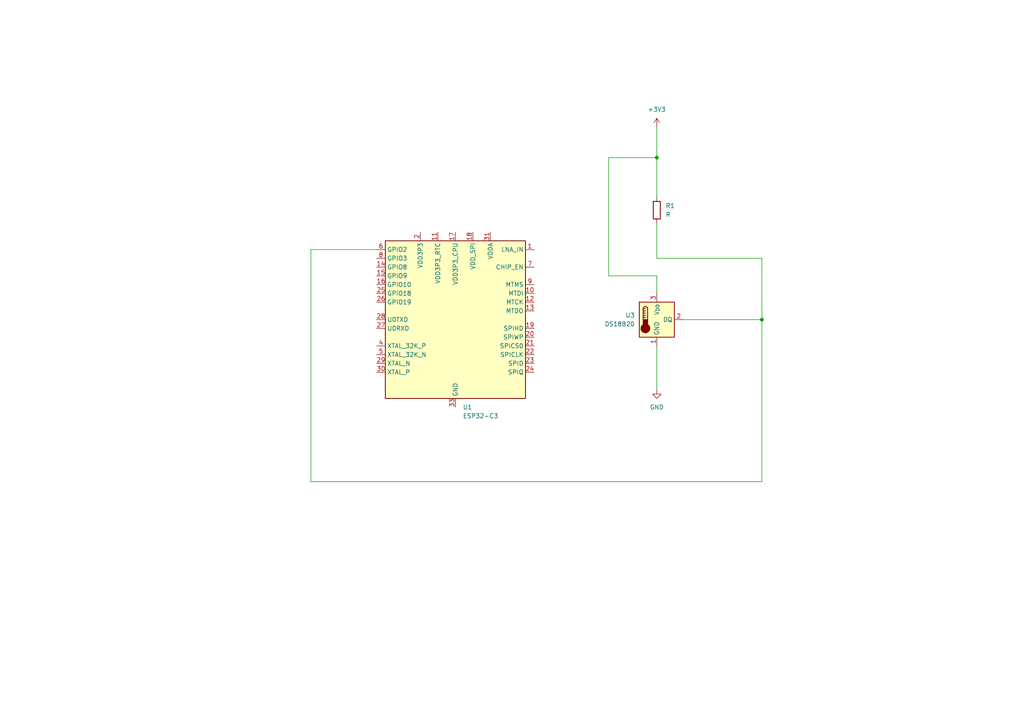
<source format=kicad_sch>
(kicad_sch (version 20250114) (generator "eeschema") (generator_version "9.0")
  (paper "A4")
  (lib_symbols
    (symbol "Device:R" (pin_numbers (hide yes)) (pin_names (offset 0))
      (property "Reference" "R" (at 2.032 0 90))
      (property "Value" "R" (at 0 0 90))
      (symbol "R_0_1"
        (rectangle (start -1.016 -2.54) (end 1.016 2.54) (stroke (width 0.254)))
      )
      (symbol "R_1_1"
        (pin passive line (at 0 3.81 270) (length 1.27) (name "~") (number "1"))
        (pin passive line (at 0 -3.81 90) (length 1.27) (name "~") (number "2"))
      )
    )
    (symbol "MCU_Espressif:ESP32-C3"
      (property "Reference" "U" (at -17.272 23.876 0))
      (property "Value" "ESP32-C3" (at 16.256 23.876 0))
      (symbol "ESP32-C3_1_1"
        (rectangle (start -20.32 22.86) (end 20.32 -22.86) (stroke (width 0.254)) (fill (type background)))
        (pin bidirectional line (at -22.86 20.32 0) (length 2.54) (name "GPIO2") (number "6"))
        (pin bidirectional line (at -22.86 17.78 0) (length 2.54) (name "GPIO3") (number "8"))
        (pin bidirectional line (at -22.86 15.24 0) (length 2.54) (name "GPIO8") (number "14"))
        (pin bidirectional line (at -22.86 12.7 0) (length 2.54) (name "GPIO9") (number "15"))
        (pin bidirectional line (at -22.86 10.16 0) (length 2.54) (name "GPIO10") (number "16"))
        (pin bidirectional line (at -22.86 7.62 0) (length 2.54) (name "GPIO18") (number "25"))
        (pin bidirectional line (at -22.86 5.08 0) (length 2.54) (name "GPIO19") (number "26"))
        (pin bidirectional line (at -22.86 0 0) (length 2.54) (name "U0TXD") (number "28"))
        (pin bidirectional line (at -22.86 -2.54 0) (length 2.54) (name "U0RXD") (number "27"))
        (pin bidirectional line (at -22.86 -7.62 0) (length 2.54) (name "XTAL_32K_P") (number "4"))
        (pin bidirectional line (at -22.86 -10.16 0) (length 2.54) (name "XTAL_32K_N") (number "5"))
        (pin bidirectional line (at -22.86 -12.7 0) (length 2.54) (name "XTAL_N") (number "29"))
        (pin bidirectional line (at -22.86 -15.24 0) (length 2.54) (name "XTAL_P") (number "30"))
        (pin power_in line (at -10.16 25.4 270) (length 2.54) (name "VDD3P3") (number "2"))
        (pin passive line (at -10.16 25.4 270) (length 2.54) (hide yes) (name "VDD3P3") (number "3"))
        (pin power_in line (at -5.08 25.4 270) (length 2.54) (name "VDD3P3_RTC") (number "11"))
        (pin power_in line (at 0 25.4 270) (length 2.54) (name "VDD3P3_CPU") (number "17"))
        (pin power_in line (at 0 -25.4 90) (length 2.54) (name "GND") (number "33"))
        (pin power_out line (at 5.08 25.4 270) (length 2.54) (name "VDD_SPI") (number "18"))
        (pin power_in line (at 10.16 25.4 270) (length 2.54) (name "VDDA") (number "31"))
        (pin passive line (at 10.16 25.4 270) (length 2.54) (hide yes) (name "VDDA") (number "32"))
        (pin bidirectional line (at 22.86 20.32 180) (length 2.54) (name "LNA_IN") (number "1"))
        (pin bidirectional line (at 22.86 15.24 180) (length 2.54) (name "CHIP_EN") (number "7"))
        (pin bidirectional line (at 22.86 10.16 180) (length 2.54) (name "MTMS") (number "9"))
        (pin bidirectional line (at 22.86 7.62 180) (length 2.54) (name "MTDI") (number "10"))
        (pin bidirectional line (at 22.86 5.08 180) (length 2.54) (name "MTCK") (number "12"))
        (pin bidirectional line (at 22.86 2.54 180) (length 2.54) (name "MTDO") (number "13"))
        (pin bidirectional line (at 22.86 -2.54 180) (length 2.54) (name "SPIHD") (number "19"))
        (pin bidirectional line (at 22.86 -5.08 180) (length 2.54) (name "SPIWP") (number "20"))
        (pin bidirectional line (at 22.86 -7.62 180) (length 2.54) (name "SPICS0") (number "21"))
        (pin bidirectional line (at 22.86 -10.16 180) (length 2.54) (name "SPICLK") (number "22"))
        (pin bidirectional line (at 22.86 -12.7 180) (length 2.54) (name "SPID") (number "23"))
        (pin bidirectional line (at 22.86 -15.24 180) (length 2.54) (name "SPIQ") (number "24"))
      )
    )
    (symbol "Sensor_Temperature:DS18B20"
      (property "Reference" "U" (at -3.81 6.35 0))
      (property "Value" "DS18B20" (at 6.35 6.35 0))
      (symbol "DS18B20_0_1"
        (rectangle (start -5.08 5.08) (end 5.08 -5.08) (stroke (width 0.254)) (fill (type background)))
        (polyline (pts (xy -3.937 3.175) (xy -3.937 0)) (stroke (width 0.254)))
        (polyline (pts (xy -3.937 3.175) (xy -3.302 3.175)) (stroke (width 0.254)))
        (polyline (pts (xy -3.937 2.54) (xy -3.302 2.54)) (stroke (width 0.254)))
        (polyline (pts (xy -3.937 1.905) (xy -3.302 1.905)) (stroke (width 0.254)))
        (polyline (pts (xy -3.937 1.27) (xy -3.302 1.27)) (stroke (width 0.254)))
        (polyline (pts (xy -3.937 0.635) (xy -3.302 0.635)) (stroke (width 0.254)))
        (arc (start -3.937 3.175) (mid -3.302 3.8073) (end -2.667 3.175) (stroke (width 0.254)))
        (circle (center -3.302 -2.54) (radius 1.27) (stroke (width 0.254)) (fill (type outline)))
        (polyline (pts (xy -2.667 3.175) (xy -2.667 0)) (stroke (width 0.254)))
        (rectangle (start -2.667 -1.905) (end -3.937 0) (stroke (width 0.254)) (fill (type outline)))
      )
      (symbol "DS18B20_1_1"
        (pin power_in line (at 0 7.62 270) (length 2.54) (name "V_{DD}") (number "3"))
        (pin power_in line (at 0 -7.62 90) (length 2.54) (name "GND") (number "1"))
        (pin bidirectional line (at 7.62 0 180) (length 2.54) (name "DQ") (number "2"))
      )
    )
    (symbol "power:+3V3" (power) (pin_numbers (hide yes)) (pin_names (offset 0) (hide yes))
      (property "Value" "+3V3" (at 0 3.556 0))
      (symbol "+3V3_0_1"
        (polyline (pts (xy -0.762 1.27) (xy 0 2.54)))
        (polyline (pts (xy 0 2.54) (xy 0.762 1.27)))
        (polyline (pts (xy 0 0) (xy 0 2.54)))
      )
      (symbol "+3V3_1_1"
        (pin power_in line (at 0 0 90) (length 0) (name "~") (number "1"))
      )
    )
    (symbol "power:GND" (power) (pin_numbers (hide yes)) (pin_names (offset 0) (hide yes))
      (property "Value" "GND" (at 0 -3.81 0))
      (symbol "GND_0_1"
        (polyline (pts (xy 0 0) (xy 0 -1.27) (xy 1.27 -1.27) (xy 0 -2.54) (xy -1.27 -1.27) (xy 0 -1.27)))
      )
      (symbol "GND_1_1"
        (pin power_in line (at 0 0 270) (length 0) (name "~") (number "1"))
      )
    )
  )
  (junction (at 190.5 45.72))
  (junction (at 220.98 92.71))
  (wire (pts (xy 190.5 45.72) (xy 190.5 57.15)))
  (wire (pts (xy 190.5 80.01) (xy 176.53 80.01)))
  (wire (pts (xy 176.53 80.01) (xy 176.53 45.72)))
  (wire (pts (xy 220.98 92.71) (xy 198.12 92.71)))
  (wire (pts (xy 109.22 72.39) (xy 90.17 72.39)))
  (wire (pts (xy 190.5 85.09) (xy 190.5 80.01)))
  (wire (pts (xy 90.17 72.39) (xy 90.17 139.7)))
  (wire (pts (xy 190.5 100.33) (xy 190.5 113.03)))
  (wire (pts (xy 190.5 74.93) (xy 220.98 74.93)))
  (wire (pts (xy 190.5 36.83) (xy 190.5 45.72)))
  (wire (pts (xy 220.98 139.7) (xy 220.98 92.71)))
  (wire (pts (xy 176.53 45.72) (xy 190.5 45.72)))
  (wire (pts (xy 190.5 64.77) (xy 190.5 74.93)))
  (wire (pts (xy 220.98 74.93) (xy 220.98 92.71)))
  (wire (pts (xy 90.17 139.7) (xy 220.98 139.7)))
  (symbol (lib_id "MCU_Espressif:ESP32-C3") (at 132.08 92.71 0) (unit 1)
    (property "Reference" "U1" (at 134.2233 118.11 0) (effects (justify left)))
    (property "Value" "ESP32-C3" (at 134.2233 120.65 0) (effects (justify left)))
    (property "Footprint" "Package_DFN_QFN:QFN-32-1EP_5x5mm_P0.5mm_EP3.7x3.7mm" (effects (hide yes)))
    (property "Datasheet" "https://www.espressif.com/sites/default/files/documentation/esp32-c3_datasheet_en.pdf" (effects (hide yes)))
    (property "Description" "RF Module, ESP32 SoC, RISC-V, WiFi 802.11b/n/g, Bluetooth LE 5, QFN32" (effects (hide yes)))
  )
  (symbol (lib_id "power:+3V3") (at 190.5 36.83 0) (unit 1)
    (property "Reference" "#PWR01" (effects (hide yes)))
    (property "Value" "+3V3" (at 190.5 31.75 0))
    (property "Description" "Power symbol creates a global label with name \"+3V3\"" (effects (hide yes)))
  )
  (symbol (lib_id "Device:R") (at 190.5 60.96 0) (unit 1)
    (property "Reference" "R1" (at 193.04 59.6899 0) (effects (justify left)))
    (property "Value" "R" (at 193.04 62.2299 0) (effects (justify left)))
    (property "Description" "Resistor" (effects (hide yes)))
  )
  (symbol (lib_id "Sensor_Temperature:DS18B20") (at 190.5 92.71 0) (unit 1)
    (property "Reference" "U3" (at 184.15 91.4399 0) (effects (justify right)))
    (property "Value" "DS18B20" (at 184.15 93.9799 0) (effects (justify right)))
    (property "Footprint" "Package_TO_SOT_THT:TO-92_Inline" (effects (hide yes)))
    (property "Datasheet" "http://datasheets.maximintegrated.com/en/ds/DS18B20.pdf" (effects (hide yes)))
    (property "Description" "Programmable Resolution 1-Wire Digital Thermometer TO-92" (effects (hide yes)))
  )
  (symbol (lib_id "power:GND") (at 190.5 113.03 0) (unit 1)
    (property "Reference" "#PWR02" (effects (hide yes)))
    (property "Value" "GND" (at 190.5 118.11 0))
    (property "Description" "Power symbol creates a global label with name \"GND\" , ground" (effects (hide yes)))
  )
)
</source>
